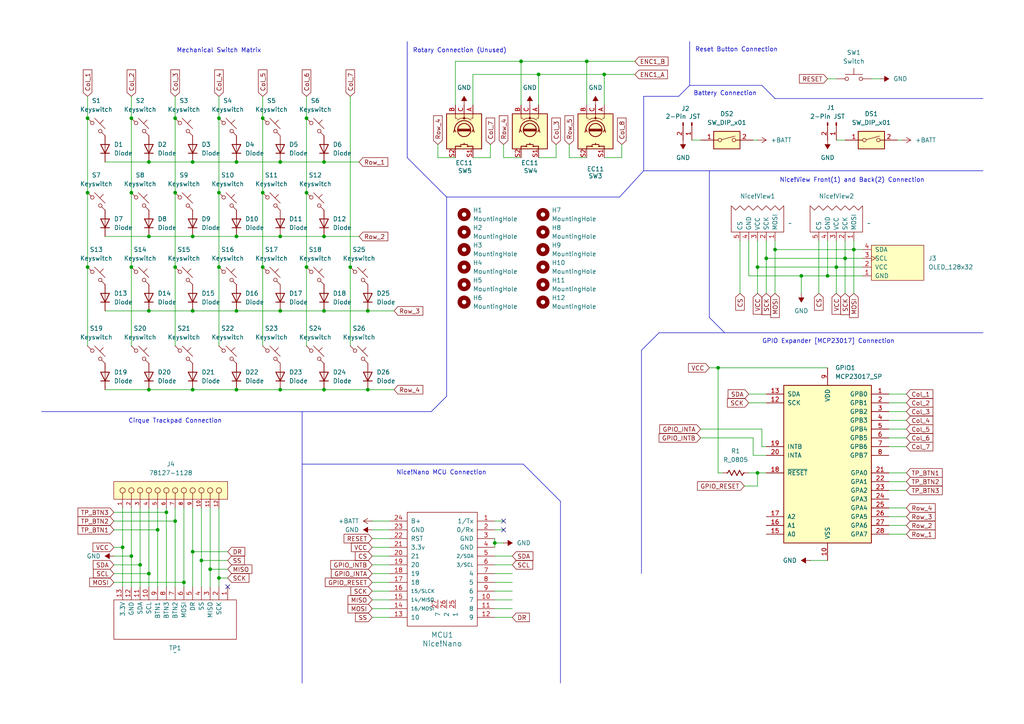
<source format=kicad_sch>
(kicad_sch (version 20231120) (generator "eeschema") (generator_version "8.0")
  (paper "A4")
  (title_block (title "Voltacity 52") (date "2024-07-06") (rev "0.1.1") (company "Voltacity") (comment 1 "A split, flippable 26/side keyboard designed for use with Nice!Nano MCU and Nice!View displays") (comment 2 "Includes wiring diagrams for use with rotary encoders (not tested or implemented)") (comment 3 "Includes Cirque trackpad functionality through a GPIO expander"))
  (junction (at 55.88 68.58))
  (junction (at 50.8 55.88))
  (junction (at 76.2 77.47))
  (junction (at 247.65 72.39))
  (junction (at 35.56 158.75))
  (junction (at 175.26 21.59))
  (junction (at 81.28 68.58))
  (junction (at 55.88 160.02))
  (junction (at 63.5 77.47))
  (junction (at 224.79 72.39))
  (junction (at 55.88 90.17))
  (junction (at 43.18 46.99))
  (junction (at 38.1 161.29))
  (junction (at 219.71 77.47))
  (junction (at 55.88 46.99))
  (junction (at 93.98 68.58))
  (junction (at 88.9 77.47))
  (junction (at 76.2 55.88))
  (junction (at 101.6 77.47))
  (junction (at 38.1 77.47))
  (junction (at 151.13 17.78))
  (junction (at 43.18 68.58))
  (junction (at 88.9 34.29))
  (junction (at 76.2 34.29))
  (junction (at 50.8 151.13))
  (junction (at 81.28 90.17))
  (junction (at 242.57 77.47))
  (junction (at 63.5 34.29))
  (junction (at 38.1 55.88))
  (junction (at 25.4 55.88))
  (junction (at 60.96 165.1))
  (junction (at 68.58 68.58))
  (junction (at 63.5 167.64))
  (junction (at 43.18 90.17))
  (junction (at 68.58 113.03))
  (junction (at 81.28 46.99))
  (junction (at 88.9 55.88))
  (junction (at 53.34 168.91))
  (junction (at 50.8 77.47))
  (junction (at 143.51 157.48))
  (junction (at 106.68 90.17))
  (junction (at 156.21 21.59))
  (junction (at 43.18 113.03))
  (junction (at 25.4 77.47))
  (junction (at 93.98 90.17))
  (junction (at 93.98 46.99))
  (junction (at 55.88 113.03))
  (junction (at 106.68 113.03))
  (junction (at 63.5 55.88))
  (junction (at 68.58 90.17))
  (junction (at 208.28 106.68))
  (junction (at 68.58 46.99))
  (junction (at 170.18 17.78))
  (junction (at 45.72 153.67))
  (junction (at 240.03 80.01))
  (junction (at 43.18 166.37))
  (junction (at 232.41 80.01))
  (junction (at 81.28 113.03))
  (junction (at 50.8 34.29))
  (junction (at 40.64 163.83))
  (junction (at 93.98 113.03))
  (junction (at 245.11 74.93))
  (junction (at 38.1 34.29))
  (junction (at 222.25 74.93))
  (junction (at 25.4 34.29))
  (junction (at 219.71 137.16))
  (junction (at 48.26 148.59))
  (junction (at 58.42 162.56))
  (no_connect (at 146.05 151.13))
  (no_connect (at 66.04 170.18))
  (no_connect (at 146.05 153.67))
  (wire (pts (xy 38.1 34.29) (xy 38.1 55.88)))
  (wire (pts (xy 247.65 72.39) (xy 250.19 72.39)))
  (wire (pts (xy 220.98 124.46) (xy 220.98 129.54)))
  (wire (pts (xy 53.34 168.91) (xy 53.34 147.32)))
  (wire (pts (xy 218.44 132.08) (xy 222.25 132.08)))
  (wire (pts (xy 30.48 90.17) (xy 43.18 90.17)))
  (wire (pts (xy 45.72 170.18) (xy 45.72 153.67)))
  (wire (pts (xy 161.29 45.72) (xy 156.21 45.72)))
  (polyline (pts (xy 87.63 134.62) (xy 151.765 134.62)))
  (wire (pts (xy 148.59 161.29) (xy 143.51 161.29)))
  (wire (pts (xy 55.88 170.18) (xy 55.88 160.02)))
  (wire (pts (xy 148.59 168.91) (xy 143.51 168.91)))
  (wire (pts (xy 50.8 55.88) (xy 50.8 77.47)))
  (wire (pts (xy 58.42 162.56) (xy 58.42 147.32)))
  (wire (pts (xy 55.88 90.17) (xy 68.58 90.17)))
  (wire (pts (xy 113.03 153.67) (xy 107.95 153.67)))
  (wire (pts (xy 148.59 173.99) (xy 143.51 173.99)))
  (wire (pts (xy 81.28 113.03) (xy 93.98 113.03)))
  (polyline (pts (xy 118.11 45.72) (xy 129.54 57.15)))
  (polyline (pts (xy 12.065 119.38) (xy 125.095 119.38)))
  (polyline (pts (xy 186.69 27.94) (xy 186.69 49.53)))
  (wire (pts (xy 237.49 69.85) (xy 237.49 85.09)))
  (wire (pts (xy 245.11 74.93) (xy 250.19 74.93)))
  (wire (pts (xy 68.58 113.03) (xy 81.28 113.03)))
  (wire (pts (xy 88.9 77.47) (xy 88.9 100.33)))
  (wire (pts (xy 222.25 69.85) (xy 222.25 74.93)))
  (wire (pts (xy 132.08 45.72) (xy 127 45.72)))
  (wire (pts (xy 40.64 170.18) (xy 40.64 163.83)))
  (wire (pts (xy 55.88 68.58) (xy 68.58 68.58)))
  (wire (pts (xy 184.15 21.59) (xy 175.26 21.59)))
  (polyline (pts (xy 151.765 134.62) (xy 162.56 145.415)))
  (wire (pts (xy 219.71 85.09) (xy 219.71 77.47)))
  (wire (pts (xy 257.81 127) (xy 262.89 127)))
  (wire (pts (xy 101.6 27.94) (xy 101.6 77.47)))
  (polyline (pts (xy 210.185 96.52) (xy 285.115 96.52)))
  (wire (pts (xy 63.5 167.64) (xy 66.04 167.64)))
  (wire (pts (xy 35.56 147.32) (xy 35.56 158.75)))
  (wire (pts (xy 93.98 113.03) (xy 106.68 113.03)))
  (wire (pts (xy 234.95 162.56) (xy 240.03 162.56)))
  (polyline (pts (xy 162.56 145.415) (xy 162.56 198.12)))
  (wire (pts (xy 257.81 147.32) (xy 262.89 147.32)))
  (wire (pts (xy 101.6 77.47) (xy 101.6 100.33)))
  (wire (pts (xy 106.68 113.03) (xy 114.3 113.03)))
  (wire (pts (xy 220.98 129.54) (xy 222.25 129.54)))
  (polyline (pts (xy 191.135 96.52) (xy 186.055 101.6)))
  (wire (pts (xy 43.18 166.37) (xy 43.18 147.32)))
  (wire (pts (xy 156.21 30.48) (xy 156.21 21.59)))
  (wire (pts (xy 33.02 161.29) (xy 38.1 161.29)))
  (wire (pts (xy 48.26 148.59) (xy 48.26 147.32)))
  (wire (pts (xy 222.25 74.93) (xy 222.25 85.09)))
  (wire (pts (xy 257.81 152.4) (xy 262.89 152.4)))
  (wire (pts (xy 113.03 151.13) (xy 107.95 151.13)))
  (wire (pts (xy 81.28 68.58) (xy 93.98 68.58)))
  (wire (pts (xy 261.62 40.64) (xy 260.35 40.64)))
  (wire (pts (xy 161.29 45.72) (xy 161.29 41.91)))
  (wire (pts (xy 242.57 77.47) (xy 250.19 77.47)))
  (wire (pts (xy 240.03 22.86) (xy 242.57 22.86)))
  (wire (pts (xy 63.5 55.88) (xy 63.5 77.47)))
  (wire (pts (xy 175.26 30.48) (xy 175.26 21.59)))
  (wire (pts (xy 142.24 45.72) (xy 137.16 45.72)))
  (wire (pts (xy 50.8 27.94) (xy 50.8 34.29)))
  (wire (pts (xy 25.4 77.47) (xy 25.4 100.33)))
  (wire (pts (xy 113.03 158.75) (xy 107.95 158.75)))
  (wire (pts (xy 25.4 55.88) (xy 25.4 77.47)))
  (wire (pts (xy 217.17 114.3) (xy 222.25 114.3)))
  (wire (pts (xy 217.17 69.85) (xy 217.17 80.01)))
  (wire (pts (xy 148.59 166.37) (xy 143.51 166.37)))
  (wire (pts (xy 218.44 127) (xy 218.44 132.08)))
  (wire (pts (xy 262.89 119.38) (xy 257.81 119.38)))
  (wire (pts (xy 68.58 68.58) (xy 81.28 68.58)))
  (polyline (pts (xy 210.185 96.52) (xy 191.135 96.52)))
  (wire (pts (xy 43.18 90.17) (xy 55.88 90.17)))
  (wire (pts (xy 148.59 163.83) (xy 143.51 163.83)))
  (wire (pts (xy 38.1 77.47) (xy 38.1 100.33)))
  (wire (pts (xy 156.21 21.59) (xy 137.16 21.59)))
  (wire (pts (xy 33.02 166.37) (xy 43.18 166.37)))
  (wire (pts (xy 257.81 139.7) (xy 262.89 139.7)))
  (polyline (pts (xy 200.025 24.765) (xy 220.98 24.765)))
  (wire (pts (xy 143.51 179.07) (xy 148.59 179.07)))
  (wire (pts (xy 232.41 80.01) (xy 240.03 80.01)))
  (wire (pts (xy 224.79 69.85) (xy 224.79 72.39)))
  (wire (pts (xy 151.13 45.72) (xy 146.05 45.72)))
  (polyline (pts (xy 129.54 114.935) (xy 125.095 119.38)))
  (wire (pts (xy 247.65 69.85) (xy 247.65 72.39)))
  (wire (pts (xy 93.98 46.99) (xy 104.14 46.99)))
  (wire (pts (xy 33.02 151.13) (xy 50.8 151.13)))
  (wire (pts (xy 113.03 161.29) (xy 107.95 161.29)))
  (wire (pts (xy 215.9 140.97) (xy 219.71 140.97)))
  (wire (pts (xy 76.2 55.88) (xy 76.2 77.47)))
  (wire (pts (xy 113.03 171.45) (xy 107.95 171.45)))
  (wire (pts (xy 203.2 127) (xy 218.44 127)))
  (polyline (pts (xy 205.74 92.075) (xy 210.185 96.52)))
  (wire (pts (xy 93.98 68.58) (xy 104.14 68.58)))
  (wire (pts (xy 55.88 46.99) (xy 68.58 46.99)))
  (wire (pts (xy 43.18 68.58) (xy 55.88 68.58)))
  (wire (pts (xy 43.18 113.03) (xy 55.88 113.03)))
  (wire (pts (xy 217.17 116.84) (xy 222.25 116.84)))
  (wire (pts (xy 93.98 90.17) (xy 106.68 90.17)))
  (wire (pts (xy 224.79 72.39) (xy 224.79 85.09)))
  (wire (pts (xy 60.96 170.18) (xy 60.96 165.1)))
  (wire (pts (xy 113.03 156.21) (xy 107.95 156.21)))
  (wire (pts (xy 43.18 170.18) (xy 43.18 166.37)))
  (wire (pts (xy 88.9 27.94) (xy 88.9 34.29)))
  (wire (pts (xy 132.08 30.48) (xy 132.08 17.78)))
  (wire (pts (xy 38.1 27.94) (xy 38.1 34.29)))
  (polyline (pts (xy 129.54 57.15) (xy 129.54 114.935)))
  (polyline (pts (xy 186.69 27.94) (xy 196.85 27.94)))
  (wire (pts (xy 35.56 158.75) (xy 35.56 170.18)))
  (wire (pts (xy 257.81 137.16) (xy 262.89 137.16)))
  (wire (pts (xy 33.02 148.59) (xy 48.26 148.59)))
  (polyline (pts (xy 129.54 57.15) (xy 179.705 57.15)))
  (wire (pts (xy 205.74 106.68) (xy 208.28 106.68)))
  (wire (pts (xy 222.25 74.93) (xy 245.11 74.93)))
  (wire (pts (xy 175.26 21.59) (xy 156.21 21.59)))
  (wire (pts (xy 203.2 124.46) (xy 220.98 124.46)))
  (wire (pts (xy 33.02 153.67) (xy 45.72 153.67)))
  (wire (pts (xy 76.2 77.47) (xy 76.2 100.33)))
  (wire (pts (xy 58.42 170.18) (xy 58.42 162.56)))
  (wire (pts (xy 219.71 77.47) (xy 219.71 69.85)))
  (polyline (pts (xy 186.69 49.53) (xy 284.48 49.53)))
  (wire (pts (xy 58.42 162.56) (xy 66.04 162.56)))
  (wire (pts (xy 219.71 40.64) (xy 218.44 40.64)))
  (wire (pts (xy 262.89 114.3) (xy 257.81 114.3)))
  (wire (pts (xy 257.81 129.54) (xy 262.89 129.54)))
  (wire (pts (xy 148.59 171.45) (xy 143.51 171.45)))
  (wire (pts (xy 113.03 176.53) (xy 107.95 176.53)))
  (polyline (pts (xy 87.63 119.38) (xy 87.63 198.12)))
  (wire (pts (xy 219.71 137.16) (xy 219.71 140.97)))
  (polyline (pts (xy 118.11 12.065) (xy 118.11 45.72)))
  (wire (pts (xy 242.57 77.47) (xy 242.57 85.09)))
  (wire (pts (xy 143.51 156.21) (xy 143.51 157.48)))
  (wire (pts (xy 50.8 77.47) (xy 50.8 100.33)))
  (wire (pts (xy 68.58 90.17) (xy 81.28 90.17)))
  (wire (pts (xy 146.05 157.48) (xy 143.51 157.48)))
  (wire (pts (xy 146.05 153.67) (xy 143.51 153.67)))
  (wire (pts (xy 113.03 166.37) (xy 107.95 166.37)))
  (wire (pts (xy 88.9 55.88) (xy 88.9 77.47)))
  (wire (pts (xy 113.03 179.07) (xy 107.95 179.07)))
  (wire (pts (xy 146.05 45.72) (xy 146.05 41.91)))
  (wire (pts (xy 38.1 161.29) (xy 38.1 147.32)))
  (wire (pts (xy 25.4 34.29) (xy 25.4 55.88)))
  (polyline (pts (xy 200.025 12.065) (xy 200.025 24.765)))
  (wire (pts (xy 113.03 173.99) (xy 107.95 173.99)))
  (polyline (pts (xy 284.48 28.575) (xy 285.115 28.575)))
  (wire (pts (xy 107.95 168.91) (xy 113.03 168.91)))
  (wire (pts (xy 43.18 46.99) (xy 55.88 46.99)))
  (wire (pts (xy 63.5 34.29) (xy 63.5 55.88)))
  (wire (pts (xy 245.11 69.85) (xy 245.11 74.93)))
  (wire (pts (xy 170.18 17.78) (xy 151.13 17.78)))
  (wire (pts (xy 53.34 170.18) (xy 53.34 168.91)))
  (wire (pts (xy 217.17 80.01) (xy 232.41 80.01)))
  (wire (pts (xy 45.72 153.67) (xy 45.72 147.32)))
  (polyline (pts (xy 196.85 27.94) (xy 200.025 24.765)))
  (wire (pts (xy 50.8 151.13) (xy 50.8 147.32)))
  (wire (pts (xy 262.89 116.84) (xy 257.81 116.84)))
  (wire (pts (xy 242.57 77.47) (xy 242.57 69.85)))
  (wire (pts (xy 217.17 137.16) (xy 219.71 137.16)))
  (wire (pts (xy 203.2 40.64) (xy 200.66 40.64)))
  (wire (pts (xy 257.81 149.86) (xy 262.89 149.86)))
  (wire (pts (xy 33.02 158.75) (xy 35.56 158.75)))
  (wire (pts (xy 165.1 41.91) (xy 165.1 45.72)))
  (wire (pts (xy 113.03 163.83) (xy 107.95 163.83)))
  (wire (pts (xy 25.4 27.94) (xy 25.4 34.29)))
  (wire (pts (xy 81.28 46.99) (xy 93.98 46.99)))
  (wire (pts (xy 240.03 80.01) (xy 250.19 80.01)))
  (wire (pts (xy 240.03 69.85) (xy 240.03 80.01)))
  (polyline (pts (xy 224.79 28.575) (xy 284.48 28.575)))
  (wire (pts (xy 208.28 106.68) (xy 208.28 137.16)))
  (wire (pts (xy 38.1 55.88) (xy 38.1 77.47)))
  (wire (pts (xy 68.58 46.99) (xy 81.28 46.99)))
  (wire (pts (xy 50.8 34.29) (xy 50.8 55.88)))
  (wire (pts (xy 257.81 142.24) (xy 262.89 142.24)))
  (wire (pts (xy 257.81 154.94) (xy 262.89 154.94)))
  (wire (pts (xy 63.5 167.64) (xy 63.5 147.32)))
  (wire (pts (xy 55.88 160.02) (xy 55.88 147.32)))
  (wire (pts (xy 232.41 80.01) (xy 232.41 85.09)))
  (wire (pts (xy 214.63 69.85) (xy 214.63 85.09)))
  (wire (pts (xy 55.88 113.03) (xy 68.58 113.03)))
  (polyline (pts (xy 284.48 49.53) (xy 285.115 49.53)))
  (wire (pts (xy 257.81 124.46) (xy 262.89 124.46)))
  (wire (pts (xy 76.2 34.29) (xy 76.2 55.88)))
  (wire (pts (xy 184.15 17.78) (xy 170.18 17.78)))
  (wire (pts (xy 48.26 170.18) (xy 48.26 148.59)))
  (polyline (pts (xy 205.74 49.53) (xy 205.74 92.075)))
  (wire (pts (xy 137.16 30.48) (xy 137.16 21.59)))
  (wire (pts (xy 148.59 176.53) (xy 143.51 176.53)))
  (wire (pts (xy 219.71 77.47) (xy 242.57 77.47)))
  (wire (pts (xy 76.2 27.94) (xy 76.2 34.29)))
  (wire (pts (xy 30.48 113.03) (xy 43.18 113.03)))
  (wire (pts (xy 40.64 163.83) (xy 40.64 147.32)))
  (wire (pts (xy 255.27 22.86) (xy 252.73 22.86)))
  (wire (pts (xy 245.11 74.93) (xy 245.11 85.09)))
  (wire (pts (xy 180.34 45.72) (xy 180.34 41.91)))
  (wire (pts (xy 55.88 160.02) (xy 66.04 160.02)))
  (wire (pts (xy 151.13 17.78) (xy 132.08 17.78)))
  (wire (pts (xy 143.51 157.48) (xy 143.51 158.75)))
  (wire (pts (xy 88.9 34.29) (xy 88.9 55.88)))
  (wire (pts (xy 180.34 45.72) (xy 175.26 45.72)))
  (wire (pts (xy 219.71 137.16) (xy 222.25 137.16)))
  (polyline (pts (xy 220.98 24.765) (xy 224.79 28.575)))
  (wire (pts (xy 146.05 151.13) (xy 143.51 151.13)))
  (wire (pts (xy 38.1 170.18) (xy 38.1 161.29)))
  (wire (pts (xy 165.1 45.72) (xy 170.18 45.72)))
  (wire (pts (xy 127 45.72) (xy 127 41.91)))
  (wire (pts (xy 208.28 106.68) (xy 240.03 106.68)))
  (wire (pts (xy 245.11 40.64) (xy 242.57 40.64)))
  (wire (pts (xy 81.28 90.17) (xy 93.98 90.17)))
  (wire (pts (xy 63.5 27.94) (xy 63.5 34.29)))
  (wire (pts (xy 170.18 30.48) (xy 170.18 17.78)))
  (wire (pts (xy 106.68 90.17) (xy 114.3 90.17)))
  (wire (pts (xy 142.24 45.72) (xy 142.24 41.91)))
  (wire (pts (xy 63.5 170.18) (xy 63.5 167.64)))
  (polyline (pts (xy 179.705 57.15) (xy 186.69 49.53)))
  (wire (pts (xy 30.48 68.58) (xy 43.18 68.58)))
  (wire (pts (xy 224.79 72.39) (xy 247.65 72.39)))
  (wire (pts (xy 262.89 121.92) (xy 257.81 121.92)))
  (wire (pts (xy 30.48 46.99) (xy 43.18 46.99)))
  (wire (pts (xy 50.8 170.18) (xy 50.8 151.13)))
  (wire (pts (xy 208.28 137.16) (xy 209.55 137.16)))
  (wire (pts (xy 60.96 165.1) (xy 66.04 165.1)))
  (wire (pts (xy 33.02 163.83) (xy 40.64 163.83)))
  (wire (pts (xy 63.5 77.47) (xy 63.5 100.33)))
  (wire (pts (xy 247.65 72.39) (xy 247.65 85.09)))
  (wire (pts (xy 60.96 165.1) (xy 60.96 147.32)))
  (polyline (pts (xy 186.055 101.6) (xy 186.055 166.37)))
  (wire (pts (xy 151.13 30.48) (xy 151.13 17.78)))
  (wire (pts (xy 33.02 168.91) (xy 53.34 168.91)))
  (text "Nice!Nano MCU Connection" (at 128.016 137.16 0) (effects (font (size 1.27 1.27))))
  (text "Battery Connection" (at 210.312 27.178 0) (effects (font (size 1.27 1.27))))
  (text "Nice!View Front(1) and Back(2) Connection" (at 247.142 52.324 0) (effects (font (size 1.27 1.27))))
  (text "Mechanical Switch Matrix" (at 63.5 14.732 0) (effects (font (size 1.27 1.27))))
  (text "Rotary Connection (Unused)" (at 133.35 14.732 0) (effects (font (size 1.27 1.27))))
  (text "Reset Button Connection" (at 213.614 14.478 0) (effects (font (size 1.27 1.27))))
  (text "GPIO Expander [MCP23017] Connection" (at 240.284 99.06 0) (effects (font (size 1.27 1.27))))
  (text "Cirque Trackpad Connection" (at 50.8 122.174 0) (effects (font (size 1.27 1.27))))
  (global_label "Row_2" (shape input) (at 104.14 68.58 0) (property "Intersheetrefs" "${INTERSHEET_REFS}" (effects (hide yes))))
  (global_label "GPIO_INTB" (shape input) (at 107.95 163.83 180) (property "Intersheetrefs" "${INTERSHEET_REFS}" (effects (hide yes))))
  (global_label "MISO" (shape input) (at 107.95 173.99 180) (property "Intersheetrefs" "${INTERSHEET_REFS}" (effects (hide yes))))
  (global_label "VCC" (shape input) (at 33.02 158.75 180) (property "Intersheetrefs" "${INTERSHEET_REFS}" (effects (hide yes))))
  (global_label "SCL" (shape input) (at 148.59 163.83 0) (property "Intersheetrefs" "${INTERSHEET_REFS}" (effects (hide yes))))
  (global_label "TP_BTN2" (shape input) (at 33.02 151.13 180) (property "Intersheetrefs" "${INTERSHEET_REFS}" (effects (hide yes))))
  (global_label "Col_1" (shape input) (at 262.89 114.3 0) (property "Intersheetrefs" "${INTERSHEET_REFS}" (effects (hide yes))))
  (global_label "MOSI" (shape input) (at 107.95 176.53 180) (property "Intersheetrefs" "${INTERSHEET_REFS}" (effects (hide yes))))
  (global_label "SCK" (shape input) (at 107.95 171.45 180) (property "Intersheetrefs" "${INTERSHEET_REFS}" (effects (hide yes))))
  (global_label "Row_2" (shape input) (at 262.89 152.4 0) (property "Intersheetrefs" "${INTERSHEET_REFS}" (effects (hide yes))))
  (global_label "Col_7" (shape input) (at 262.89 129.54 0) (property "Intersheetrefs" "${INTERSHEET_REFS}" (effects (hide yes))))
  (global_label "MOSI" (shape input) (at 224.79 85.09 270) (property "Intersheetrefs" "${INTERSHEET_REFS}" (effects (hide yes))))
  (global_label "Col_2" (shape input) (at 262.89 116.84 0) (property "Intersheetrefs" "${INTERSHEET_REFS}" (effects (hide yes))))
  (global_label "Col_3" (shape input) (at 262.89 119.38 0) (property "Intersheetrefs" "${INTERSHEET_REFS}" (effects (hide yes))))
  (global_label "Row_4" (shape input) (at 114.3 113.03 0) (property "Intersheetrefs" "${INTERSHEET_REFS}" (effects (hide yes))))
  (global_label "DR" (shape input) (at 66.04 160.02 0) (property "Intersheetrefs" "${INTERSHEET_REFS}" (effects (hide yes))))
  (global_label "GPIO_INTB" (shape input) (at 203.2 127 180) (property "Intersheetrefs" "${INTERSHEET_REFS}" (effects (hide yes))))
  (global_label "SS" (shape input) (at 66.04 162.56 0) (property "Intersheetrefs" "${INTERSHEET_REFS}" (effects (hide yes))))
  (global_label "ENC1_A" (shape input) (at 184.15 21.59 0) (property "Intersheetrefs" "${INTERSHEET_REFS}" (effects (hide yes))))
  (global_label "GPIO_INTA" (shape input) (at 107.95 166.37 180) (property "Intersheetrefs" "${INTERSHEET_REFS}" (effects (hide yes))))
  (global_label "Row_4" (shape input) (at 127 41.91 90) (property "Intersheetrefs" "${INTERSHEET_REFS}" (effects (hide yes))))
  (global_label "Col_6" (shape input) (at 88.9 27.94 90) (property "Intersheetrefs" "${INTERSHEET_REFS}" (effects (hide yes))))
  (global_label "Col_4" (shape input) (at 63.5 27.94 90) (property "Intersheetrefs" "${INTERSHEET_REFS}" (effects (hide yes))))
  (global_label "Row_3" (shape input) (at 114.3 90.17 0) (property "Intersheetrefs" "${INTERSHEET_REFS}" (effects (hide yes))))
  (global_label "Col_5" (shape input) (at 76.2 27.94 90) (property "Intersheetrefs" "${INTERSHEET_REFS}" (effects (hide yes))))
  (global_label "GPIO_RESET" (shape input) (at 215.9 140.97 180) (property "Intersheetrefs" "${INTERSHEET_REFS}" (effects (hide yes))))
  (global_label "RESET" (shape input) (at 240.03 22.86 180) (property "Intersheetrefs" "${INTERSHEET_REFS}" (effects (hide yes))))
  (global_label "TP_BTN1" (shape input) (at 262.89 137.16 0) (property "Intersheetrefs" "${INTERSHEET_REFS}" (effects (hide yes))))
  (global_label "Row_4" (shape input) (at 262.89 147.32 0) (property "Intersheetrefs" "${INTERSHEET_REFS}" (effects (hide yes))))
  (global_label "SCK" (shape input) (at 245.11 85.09 270) (property "Intersheetrefs" "${INTERSHEET_REFS}" (effects (hide yes))))
  (global_label "Col_3" (shape input) (at 50.8 27.94 90) (property "Intersheetrefs" "${INTERSHEET_REFS}" (effects (hide yes))))
  (global_label "SS" (shape input) (at 107.95 179.07 180) (property "Intersheetrefs" "${INTERSHEET_REFS}" (effects (hide yes))))
  (global_label "TP_BTN1" (shape input) (at 33.02 153.67 180) (property "Intersheetrefs" "${INTERSHEET_REFS}" (effects (hide yes))))
  (global_label "Row_1" (shape input) (at 262.89 154.94 0) (property "Intersheetrefs" "${INTERSHEET_REFS}" (effects (hide yes))))
  (global_label "TP_BTN2" (shape input) (at 262.89 139.7 0) (property "Intersheetrefs" "${INTERSHEET_REFS}" (effects (hide yes))))
  (global_label "GPIO_RESET" (shape input) (at 107.95 168.91 180) (property "Intersheetrefs" "${INTERSHEET_REFS}" (effects (hide yes))))
  (global_label "Col_7" (shape input) (at 101.6 27.94 90) (property "Intersheetrefs" "${INTERSHEET_REFS}" (effects (hide yes))))
  (global_label "ENC1_B" (shape input) (at 184.15 17.78 0) (property "Intersheetrefs" "${INTERSHEET_REFS}" (effects (hide yes))))
  (global_label "RESET" (shape input) (at 107.95 156.21 180) (property "Intersheetrefs" "${INTERSHEET_REFS}" (effects (hide yes))))
  (global_label "SDA" (shape input) (at 217.17 114.3 180) (property "Intersheetrefs" "${INTERSHEET_REFS}" (effects (hide yes))))
  (global_label "VCC" (shape input) (at 242.57 85.09 270) (property "Intersheetrefs" "${INTERSHEET_REFS}" (effects (hide yes))))
  (global_label "DR" (shape input) (at 148.59 179.07 0) (property "Intersheetrefs" "${INTERSHEET_REFS}" (effects (hide yes))))
  (global_label "MOSI" (shape input) (at 33.02 168.91 180) (property "Intersheetrefs" "${INTERSHEET_REFS}" (effects (hide yes))))
  (global_label "Row_5" (shape input) (at 165.1 41.91 90) (property "Intersheetrefs" "${INTERSHEET_REFS}" (effects (hide yes))))
  (global_label "Col_6" (shape input) (at 262.89 127 0) (property "Intersheetrefs" "${INTERSHEET_REFS}" (effects (hide yes))))
  (global_label "Row_4" (shape input) (at 146.05 41.91 90) (property "Intersheetrefs" "${INTERSHEET_REFS}" (effects (hide yes))))
  (global_label "Col_1" (shape input) (at 25.4 27.94 90) (property "Intersheetrefs" "${INTERSHEET_REFS}" (effects (hide yes))))
  (global_label "Col_3" (shape input) (at 161.29 41.91 90) (property "Intersheetrefs" "${INTERSHEET_REFS}" (effects (hide yes))))
  (global_label "VCC" (shape input) (at 219.71 85.09 270) (property "Intersheetrefs" "${INTERSHEET_REFS}" (effects (hide yes))))
  (global_label "SCK" (shape input) (at 222.25 85.09 270) (property "Intersheetrefs" "${INTERSHEET_REFS}" (effects (hide yes))))
  (global_label "VCC" (shape input) (at 205.74 106.68 180) (property "Intersheetrefs" "${INTERSHEET_REFS}" (effects (hide yes))))
  (global_label "Col_7" (shape input) (at 142.24 41.91 90) (property "Intersheetrefs" "${INTERSHEET_REFS}" (effects (hide yes))))
  (global_label "CS" (shape input) (at 237.49 85.09 270) (property "Intersheetrefs" "${INTERSHEET_REFS}" (effects (hide yes))))
  (global_label "CS" (shape input) (at 214.63 85.09 270) (property "Intersheetrefs" "${INTERSHEET_REFS}" (effects (hide yes))))
  (global_label "TP_BTN3" (shape input) (at 262.89 142.24 0) (property "Intersheetrefs" "${INTERSHEET_REFS}" (effects (hide yes))))
  (global_label "SCK" (shape input) (at 66.04 167.64 0) (property "Intersheetrefs" "${INTERSHEET_REFS}" (effects (hide yes))))
  (global_label "Row_1" (shape input) (at 104.14 46.99 0) (property "Intersheetrefs" "${INTERSHEET_REFS}" (effects (hide yes))))
  (global_label "TP_BTN3" (shape input) (at 33.02 148.59 180) (property "Intersheetrefs" "${INTERSHEET_REFS}" (effects (hide yes))))
  (global_label "Row_3" (shape input) (at 262.89 149.86 0) (property "Intersheetrefs" "${INTERSHEET_REFS}" (effects (hide yes))))
  (global_label "SDA" (shape input) (at 148.59 161.29 0) (property "Intersheetrefs" "${INTERSHEET_REFS}" (effects (hide yes))))
  (global_label "Col_2" (shape input) (at 38.1 27.94 90) (property "Intersheetrefs" "${INTERSHEET_REFS}" (effects (hide yes))))
  (global_label "Col_5" (shape input) (at 262.89 124.46 0) (property "Intersheetrefs" "${INTERSHEET_REFS}" (effects (hide yes))))
  (global_label "Col_8" (shape input) (at 180.34 41.91 90) (property "Intersheetrefs" "${INTERSHEET_REFS}" (effects (hide yes))))
  (global_label "GPIO_INTA" (shape input) (at 203.2 124.46 180) (property "Intersheetrefs" "${INTERSHEET_REFS}" (effects (hide yes))))
  (global_label "SDA" (shape input) (at 33.02 163.83 180) (property "Intersheetrefs" "${INTERSHEET_REFS}" (effects (hide yes))))
  (global_label "MOSI" (shape input) (at 247.65 85.09 270) (property "Intersheetrefs" "${INTERSHEET_REFS}" (effects (hide yes))))
  (global_label "CS" (shape input) (at 107.95 161.29 180) (property "Intersheetrefs" "${INTERSHEET_REFS}" (effects (hide yes))))
  (global_label "SCK" (shape input) (at 217.17 116.84 180) (property "Intersheetrefs" "${INTERSHEET_REFS}" (effects (hide yes))))
  (global_label "MISO" (shape input) (at 66.04 165.1 0) (property "Intersheetrefs" "${INTERSHEET_REFS}" (effects (hide yes))))
  (global_label "Col_4" (shape input) (at 262.89 121.92 0) (property "Intersheetrefs" "${INTERSHEET_REFS}" (effects (hide yes))))
  (global_label "SCL" (shape input) (at 33.02 166.37 180) (property "Intersheetrefs" "${INTERSHEET_REFS}" (effects (hide yes))))
  (global_label "VCC" (shape input) (at 107.95 158.75 180) (property "Intersheetrefs" "${INTERSHEET_REFS}" (effects (hide yes))))
  (symbol (lib_id "ScottoKeebs:Placeholder_Keyswitch") (at 27.94 102.87 0) (unit 1)
    (property "Reference" "S19" (at 27.94 95.25 0))
    (property "Value" "Keyswitch" (at 27.94 97.79 0))
    (property "Footprint" "Kailh Sockets:REVERSED_Kailh_socket_PG1350_reversible" (effects (hide yes)))
    (property "Description" "Push button switch, normally open, two pins, 45° tilted" (effects (hide yes)))
  )
  (symbol (lib_id "power:-BATT") (at 255.27 22.86 270) (unit 1)
    (property "Reference" "#PWR03" (effects (hide yes)))
    (property "Value" "GND" (at 259.08 22.8599 90) (effects (justify left)))
    (property "Description" "Power symbol creates a global label with name \"-BATT\"" (effects (hide yes)))
  )
  (symbol (lib_id "power:+BATT") (at 219.71 40.64 270) (unit 1)
    (property "Reference" "#PWR016" (effects (hide yes)))
    (property "Value" "+BATT" (at 223.52 40.6399 90) (effects (justify left)))
    (property "Description" "Power symbol creates a global label with name \"+BATT\"" (effects (hide yes)))
  )
  (symbol (lib_id "ScottoKeebs:Placeholder_Diode") (at 93.98 86.36 90) (unit 1)
    (property "Reference" "D18" (at 96.52 85.0899 90) (effects (justify right)))
    (property "Value" "Diode" (at 96.52 87.6299 90) (effects (justify right)))
    (property "Footprint" "Diode_SMD:D_0805_2012Metric" (effects (hide yes)))
    (property "Description" "1N4148 (DO-35) or 1N4148W (SOD-123)" (effects (hide yes)))
    (property "Sim.Device" "D" (effects (hide yes)))
    (property "Sim.Pins" "1=K 2=A" (effects (hide yes)))
  )
  (symbol (lib_id "Mechanical:MountingHole") (at 134.62 87.63 0) (unit 1) (exclude_from_sim yes) (in_bom no)
    (property "Reference" "H6" (at 137.16 86.3599 0) (effects (justify left)))
    (property "Value" "MountingHole" (at 137.16 88.8999 0) (effects (justify left)))
    (property "Footprint" "MountingHole:MountingHole_2.2mm_M2_Pad_TopBottom" (effects (hide yes)))
    (property "Description" "Mounting Hole without connection" (effects (hide yes)))
  )
  (symbol (lib_id "ScottoKeebs:Placeholder_Keyswitch") (at 66.04 102.87 0) (unit 1)
    (property "Reference" "S22" (at 66.04 95.25 0))
    (property "Value" "Keyswitch" (at 66.04 97.79 0))
    (property "Footprint" "Kailh Sockets:REVERSED_Kailh_socket_PG1350_reversible" (effects (hide yes)))
    (property "Description" "Push button switch, normally open, two pins, 45° tilted" (effects (hide yes)))
  )
  (symbol (lib_id "Mechanical:MountingHole") (at 134.62 77.47 0) (unit 1) (exclude_from_sim yes) (in_bom no)
    (property "Reference" "H4" (at 137.16 76.1999 0) (effects (justify left)))
    (property "Value" "MountingHole" (at 137.16 78.7399 0) (effects (justify left)))
    (property "Footprint" "MountingHole:MountingHole_2.2mm_M2_Pad_TopBottom" (effects (hide yes)))
    (property "Description" "Mounting Hole without connection" (effects (hide yes)))
  )
  (symbol (lib_id "ScottoKeebs:Placeholder_Keyswitch") (at 91.44 58.42 0) (unit 1)
    (property "Reference" "S12" (at 91.44 50.8 0))
    (property "Value" "Keyswitch" (at 91.44 53.34 0))
    (property "Footprint" "Kailh Sockets:REVERSED_Kailh_socket_PG1350_reversible" (effects (hide yes)))
    (property "Description" "Push button switch, normally open, two pins, 45° tilted" (effects (hide yes)))
  )
  (symbol (lib_id "ScottoKeebs:Placeholder_Diode") (at 81.28 43.18 90) (unit 1)
    (property "Reference" "D5" (at 83.82 41.9099 90) (effects (justify right)))
    (property "Value" "Diode" (at 83.82 44.4499 90) (effects (justify right)))
    (property "Footprint" "Diode_SMD:D_0805_2012Metric" (effects (hide yes)))
    (property "Description" "1N4148 (DO-35) or 1N4148W (SOD-123)" (effects (hide yes)))
    (property "Sim.Device" "D" (effects (hide yes)))
    (property "Sim.Pins" "1=K 2=A" (effects (hide yes)))
  )
  (symbol (lib_id "ScottoKeebs:Placeholder_Diode") (at 81.28 86.36 90) (unit 1)
    (property "Reference" "D17" (at 83.82 85.0899 90) (effects (justify right)))
    (property "Value" "Diode" (at 83.82 87.6299 90) (effects (justify right)))
    (property "Footprint" "Diode_SMD:D_0805_2012Metric" (effects (hide yes)))
    (property "Description" "1N4148 (DO-35) or 1N4148W (SOD-123)" (effects (hide yes)))
    (property "Sim.Device" "D" (effects (hide yes)))
    (property "Sim.Pins" "1=K 2=A" (effects (hide yes)))
  )
  (symbol (lib_id "Mechanical:MountingHole") (at 157.48 82.55 0) (unit 1) (exclude_from_sim yes) (in_bom no)
    (property "Reference" "H11" (at 160.02 81.2799 0) (effects (justify left)))
    (property "Value" "MountingHole" (at 160.02 83.8199 0) (effects (justify left)))
    (property "Footprint" "MountingHole:MountingHole_2.2mm_M2_Pad_TopBottom" (effects (hide yes)))
    (property "Description" "Mounting Hole without connection" (effects (hide yes)))
  )
  (symbol (lib_id "ScottoKeebs:Placeholder_Switch") (at 247.65 22.86 0) (mirror y) (unit 1)
    (property "Reference" "SW1" (at 247.65 15.24 0))
    (property "Value" "Switch" (at 247.65 17.78 0))
    (property "Footprint" "ScottoKeebs_Components:Button_MJTP1243" (effects (hide yes)))
    (property "Description" "Push button switch, generic, two pins" (effects (hide yes)))
  )
  (symbol (lib_id "ScottoKeebs:Placeholder_Keyswitch") (at 40.64 36.83 0) (unit 1)
    (property "Reference" "S2" (at 40.64 29.21 0))
    (property "Value" "Keyswitch" (at 40.64 31.75 0))
    (property "Footprint" "Kailh Sockets:REVERSED_Kailh_socket_PG1350_reversible" (effects (hide yes)))
    (property "Description" "Push button switch, normally open, two pins, 45° tilted" (effects (hide yes)))
  )
  (symbol (lib_id "Mechanical:MountingHole") (at 157.48 77.47 0) (unit 1) (exclude_from_sim yes) (in_bom no)
    (property "Reference" "H10" (at 160.02 76.1999 0) (effects (justify left)))
    (property "Value" "MountingHole" (at 160.02 78.7399 0) (effects (justify left)))
    (property "Footprint" "MountingHole:MountingHole_2.2mm_M2_Pad_TopBottom" (effects (hide yes)))
    (property "Description" "Mounting Hole without connection" (effects (hide yes)))
  )
  (symbol (lib_id "Connector:Conn_01x02_Pin") (at 200.66 35.56 270) (unit 1)
    (property "Reference" "J2" (at 197.612 31.496 90) (effects (justify left)))
    (property "Value" "2-Pin JST" (at 193.04 33.782 90) (effects (justify left)))
    (property "Footprint" "Connector_JST:JST_PH_S2B-PH-SM4-TB_1x02-1MP_P2.00mm_Horizontal" (effects (hide yes)))
    (property "Description" "Generic connector, single row, 01x02, script generated" (effects (hide yes)))
  )
  (symbol (lib_id "ScottoKeebs:Placeholder_Diode") (at 81.28 109.22 90) (unit 1)
    (property "Reference" "D23" (at 83.82 107.9499 90) (effects (justify right)))
    (property "Value" "Diode" (at 83.82 110.4899 90) (effects (justify right)))
    (property "Footprint" "Diode_SMD:D_0805_2012Metric" (effects (hide yes)))
    (property "Description" "1N4148 (DO-35) or 1N4148W (SOD-123)" (effects (hide yes)))
    (property "Sim.Device" "D" (effects (hide yes)))
    (property "Sim.Pins" "1=K 2=A" (effects (hide yes)))
  )
  (symbol (lib_id "My_Keyboards_Library:Cirque_Trackpad") (at 50.8 173.99 180) (unit 1) (on_board no)
    (property "Reference" "TP1" (at 50.8 187.96 0))
    (property "Value" "~" (at 50.8 189.23 0))
  )
  (symbol (lib_id "Mechanical:MountingHole") (at 157.48 62.23 0) (unit 1) (exclude_from_sim yes) (in_bom no)
    (property "Reference" "H7" (at 160.02 60.9599 0) (effects (justify left)))
    (property "Value" "MountingHole" (at 160.02 63.4999 0) (effects (justify left)))
    (property "Footprint" "MountingHole:MountingHole_2.2mm_M2_Pad_TopBottom" (effects (hide yes)))
    (property "Description" "Mounting Hole without connection" (effects (hide yes)))
  )
  (symbol (lib_id "ScottoKeebs:Placeholder_Diode") (at 93.98 109.22 90) (unit 1)
    (property "Reference" "D24" (at 96.52 107.9499 90) (effects (justify right)))
    (property "Value" "Diode" (at 96.52 110.4899 90) (effects (justify right)))
    (property "Footprint" "Diode_SMD:D_0805_2012Metric" (effects (hide yes)))
    (property "Description" "1N4148 (DO-35) or 1N4148W (SOD-123)" (effects (hide yes)))
    (property "Sim.Device" "D" (effects (hide yes)))
    (property "Sim.Pins" "1=K 2=A" (effects (hide yes)))
  )
  (symbol (lib_id "ScottoKeebs:Placeholder_Keyswitch") (at 66.04 36.83 0) (unit 1)
    (property "Reference" "S4" (at 66.04 29.21 0))
    (property "Value" "Keyswitch" (at 66.04 31.75 0))
    (property "Footprint" "Kailh Sockets:REVERSED_Kailh_socket_PG1350_reversible" (effects (hide yes)))
    (property "Description" "Push button switch, normally open, two pins, 45° tilted" (effects (hide yes)))
  )
  (symbol (lib_id "ScottoKeebs:Placeholder_Keyswitch") (at 104.14 80.01 0) (unit 1)
    (property "Reference" "S25" (at 104.14 72.39 0))
    (property "Value" "Keyswitch" (at 104.14 74.93 0))
    (property "Footprint" "Kailh Sockets:REVERSED_Kailh_socket_PG1350_reversible" (effects (hide yes)))
    (property "Description" "Push button switch, normally open, two pins, 45° tilted" (effects (hide yes)))
  )
  (symbol (lib_id "ScottoKeebs:Placeholder_Diode") (at 55.88 86.36 90) (unit 1)
    (property "Reference" "D15" (at 58.42 85.0899 90) (effects (justify right)))
    (property "Value" "Diode" (at 58.42 87.6299 90) (effects (justify right)))
    (property "Footprint" "Diode_SMD:D_0805_2012Metric" (effects (hide yes)))
    (property "Description" "1N4148 (DO-35) or 1N4148W (SOD-123)" (effects (hide yes)))
    (property "Sim.Device" "D" (effects (hide yes)))
    (property "Sim.Pins" "1=K 2=A" (effects (hide yes)))
  )
  (symbol (lib_id "power:-BATT") (at 198.12 40.64 180) (unit 1)
    (property "Reference" "#PWR015" (effects (hide yes)))
    (property "Value" "GND" (at 198.12 45.72 0))
    (property "Description" "Power symbol creates a global label with name \"-BATT\"" (effects (hide yes)))
  )
  (symbol (lib_id "ScottoKeebs:Placeholder_Keyswitch") (at 104.14 102.87 0) (unit 1)
    (property "Reference" "S26" (at 104.14 95.25 0))
    (property "Value" "Keyswitch" (at 104.14 97.79 0))
    (property "Footprint" "Kailh Sockets:REVERSED_Kailh_socket_PG1350_reversible" (effects (hide yes)))
    (property "Description" "Push button switch, normally open, two pins, 45° tilted" (effects (hide yes)))
  )
  (symbol (lib_id "Mechanical:MountingHole") (at 157.48 67.31 0) (unit 1) (exclude_from_sim yes) (in_bom no)
    (property "Reference" "H8" (at 160.02 66.0399 0) (effects (justify left)))
    (property "Value" "MountingHole" (at 160.02 68.5799 0) (effects (justify left)))
    (property "Footprint" "MountingHole:MountingHole_2.2mm_M2_Pad_TopBottom" (effects (hide yes)))
    (property "Description" "Mounting Hole without connection" (effects (hide yes)))
  )
  (symbol (lib_id "ScottoKeebs:Placeholder_Diode") (at 68.58 86.36 90) (unit 1)
    (property "Reference" "D16" (at 71.12 85.0899 90) (effects (justify right)))
    (property "Value" "Diode" (at 71.12 87.6299 90) (effects (justify right)))
    (property "Footprint" "Diode_SMD:D_0805_2012Metric" (effects (hide yes)))
    (property "Description" "1N4148 (DO-35) or 1N4148W (SOD-123)" (effects (hide yes)))
    (property "Sim.Device" "D" (effects (hide yes)))
    (property "Sim.Pins" "1=K 2=A" (effects (hide yes)))
  )
  (symbol (lib_id "power:+BATT") (at 261.62 40.64 270) (unit 1)
    (property "Reference" "#PWR04" (effects (hide yes)))
    (property "Value" "+BATT" (at 265.43 40.6399 90) (effects (justify left)))
    (property "Description" "Power symbol creates a global label with name \"+BATT\"" (effects (hide yes)))
  )
  (symbol (lib_id "Mechanical:MountingHole") (at 134.62 62.23 0) (unit 1) (exclude_from_sim yes) (in_bom no)
    (property "Reference" "H1" (at 137.16 60.9599 0) (effects (justify left)))
    (property "Value" "MountingHole" (at 137.16 63.4999 0) (effects (justify left)))
    (property "Footprint" "MountingHole:MountingHole_2.2mm_M2_Pad_TopBottom" (effects (hide yes)))
    (property "Description" "Mounting Hole without connection" (effects (hide yes)))
  )
  (symbol (lib_id "ScottoKeebs:Placeholder_Keyswitch") (at 91.44 102.87 0) (unit 1)
    (property "Reference" "S24" (at 91.44 95.25 0))
    (property "Value" "Keyswitch" (at 91.44 97.79 0))
    (property "Footprint" "Kailh Sockets:REVERSED_Kailh_socket_PG1350_reversible" (effects (hide yes)))
    (property "Description" "Push button switch, normally open, two pins, 45° tilted" (effects (hide yes)))
  )
  (symbol (lib_id "Mechanical:MountingHole") (at 134.62 67.31 0) (unit 1) (exclude_from_sim yes) (in_bom no)
    (property "Reference" "H2" (at 137.16 66.0399 0) (effects (justify left)))
    (property "Value" "MountingHole" (at 137.16 68.5799 0) (effects (justify left)))
    (property "Footprint" "MountingHole:MountingHole_2.2mm_M2_Pad_TopBottom" (effects (hide yes)))
    (property "Description" "Mounting Hole without connection" (effects (hide yes)))
  )
  (symbol (lib_id "ScottoKeebs:Placeholder_Diode") (at 55.88 64.77 90) (unit 1)
    (property "Reference" "D9" (at 58.42 63.4999 90) (effects (justify right)))
    (property "Value" "Diode" (at 58.42 66.0399 90) (effects (justify right)))
    (property "Footprint" "Diode_SMD:D_0805_2012Metric" (effects (hide yes)))
    (property "Description" "1N4148 (DO-35) or 1N4148W (SOD-123)" (effects (hide yes)))
    (property "Sim.Device" "D" (effects (hide yes)))
    (property "Sim.Pins" "1=K 2=A" (effects (hide yes)))
  )
  (symbol (lib_id "ScottoKeebs:Placeholder_Diode") (at 43.18 64.77 90) (unit 1)
    (property "Reference" "D8" (at 45.72 63.4999 90) (effects (justify right)))
    (property "Value" "Diode" (at 45.72 66.0399 90) (effects (justify right)))
    (property "Footprint" "Diode_SMD:D_0805_2012Metric" (effects (hide yes)))
    (property "Description" "1N4148 (DO-35) or 1N4148W (SOD-123)" (effects (hide yes)))
    (property "Sim.Device" "D" (effects (hide yes)))
    (property "Sim.Pins" "1=K 2=A" (effects (hide yes)))
  )
  (symbol (lib_id "ScottoKeebs:Placeholder_Diode") (at 68.58 109.22 90) (unit 1)
    (property "Reference" "D22" (at 71.12 107.9499 90) (effects (justify right)))
    (property "Value" "Diode" (at 71.12 110.4899 90) (effects (justify right)))
    (property "Footprint" "Diode_SMD:D_0805_2012Metric" (effects (hide yes)))
    (property "Description" "1N4148 (DO-35) or 1N4148W (SOD-123)" (effects (hide yes)))
    (property "Sim.Device" "D" (effects (hide yes)))
    (property "Sim.Pins" "1=K 2=A" (effects (hide yes)))
  )
  (symbol (lib_id "ScottoKeebs:Placeholder_Keyswitch") (at 53.34 102.87 0) (unit 1)
    (property "Reference" "S21" (at 53.34 95.25 0))
    (property "Value" "Keyswitch" (at 53.34 97.79 0))
    (property "Footprint" "Kailh Sockets:REVERSED_Kailh_socket_PG1350_reversible" (effects (hide yes)))
    (property "Description" "Push button switch, normally open, two pins, 45° tilted" (effects (hide yes)))
  )
  (symbol (lib_id "Interface_Expansion:MCP23017_SP") (at 240.03 134.62 0) (unit 1)
    (property "Reference" "GPIO1" (at 242.2241 106.68 0) (effects (justify left)))
    (property "Value" "MCP23017_SP" (at 242.2241 109.22 0) (effects (justify left)))
    (property "Footprint" "Package_DIP:DIP-28_W7.62mm" (effects (hide yes)))
    (property "Datasheet" "http://ww1.microchip.com/downloads/en/DeviceDoc/20001952C.pdf" (effects (hide yes)))
    (property "Description" "16-bit I/O expander, I2C, interrupts, w pull-ups, SPDIP-28" (effects (hide yes)))
  )
  (symbol (lib_id "power:-BATT") (at 134.62 30.48 0) (unit 1) (on_board no)
    (property "Reference" "#PWR013" (effects (hide yes)))
    (property "Value" "GND" (at 134.62 25.4 0))
    (property "Description" "Power symbol creates a global label with name \"-BATT\"" (effects (hide yes)))
  )
  (symbol (lib_id "ScottoKeebs:Placeholder_Diode") (at 93.98 64.77 90) (unit 1)
    (property "Reference" "D12" (at 96.52 63.4999 90) (effects (justify right)))
    (property "Value" "Diode" (at 96.52 66.0399 90) (effects (justify right)))
    (property "Footprint" "Diode_SMD:D_0805_2012Metric" (effects (hide yes)))
    (property "Description" "1N4148 (DO-35) or 1N4148W (SOD-123)" (effects (hide yes)))
    (property "Sim.Device" "D" (effects (hide yes)))
    (property "Sim.Pins" "1=K 2=A" (effects (hide yes)))
  )
  (symbol (lib_id "ScottoKeebs:Placeholder_Diode") (at 43.18 109.22 90) (unit 1)
    (property "Reference" "D20" (at 45.72 107.9499 90) (effects (justify right)))
    (property "Value" "Diode" (at 45.72 110.4899 90) (effects (justify right)))
    (property "Footprint" "Diode_SMD:D_0805_2012Metric" (effects (hide yes)))
    (property "Description" "1N4148 (DO-35) or 1N4148W (SOD-123)" (effects (hide yes)))
    (property "Sim.Device" "D" (effects (hide yes)))
    (property "Sim.Pins" "1=K 2=A" (effects (hide yes)))
  )
  (symbol (lib_id "Mechanical:MountingHole") (at 157.48 87.63 0) (unit 1) (exclude_from_sim yes) (in_bom no)
    (property "Reference" "H12" (at 160.02 86.3599 0) (effects (justify left)))
    (property "Value" "MountingHole" (at 160.02 88.8999 0) (effects (justify left)))
    (property "Footprint" "MountingHole:MountingHole_2.2mm_M2_Pad_TopBottom" (effects (hide yes)))
    (property "Description" "Mounting Hole without connection" (effects (hide yes)))
  )
  (symbol (lib_id "Mechanical:MountingHole") (at 157.48 72.39 0) (unit 1) (exclude_from_sim yes) (in_bom no)
    (property "Reference" "H9" (at 160.02 71.1199 0) (effects (justify left)))
    (property "Value" "MountingHole" (at 160.02 73.6599 0) (effects (justify left)))
    (property "Footprint" "MountingHole:MountingHole_2.2mm_M2_Pad_TopBottom" (effects (hide yes)))
    (property "Description" "Mounting Hole without connection" (effects (hide yes)))
  )
  (symbol (lib_id "My_Keyboards_Library:78127-1128") (at 35.56 149.86 0) (unit 1)
    (property "Reference" "J4" (at 49.53 134.62 0))
    (property "Value" "78127-1128" (at 49.53 137.16 0))
    (property "Footprint" "Kicad Footprints:Molex-78127-1128-Manufacturer_Recommended" (effects (hide yes)))
    (property "Datasheet" "http://www.molex.com/webdocs/datasheets/pdf/en-us/0781271128_FFC_FPC_CONNECTORS.pdf" (effects (hide yes)))
    (property "Description" "78127-1128" (effects (hide yes)))
    (property "Circuits Loaded" "12" (effects (hide yes)))
    (property "Circuits maximum" "12" (effects (hide yes)))
    (property "Component Link 1 Description" "Manufacturer URL" (effects (hide yes)))
    (property "Component Link 1 URL" "http://www.molex.com/molex/index.jsp" (effects (hide yes)))
    (property "Component Link 3 Description" "Package Specification" (effects (hide yes)))
    (property "Component Link 3 URL" "http://www.molex.com/pdm_docs/sd/781271128_sd.pdf" (effects (hide yes)))
    (property "Contact Position" "N/A" (effects (hide yes)))
    (property "Current Max per Contact" "0.5A" (effects (hide yes)))
    (property "Durability mating cycles max" "20" (effects (hide yes)))
    (property "Entry Angle" "Vertical" (effects (hide yes)))
    (property "Mated Height" "4.10mm" (effects (hide yes)))
    (property "Material   Metal" "Copper Alloy" (effects (hide yes)))
    (property "Material   Plating Mating" "Gold, Nickel" (effects (hide yes)))
    (property "Mounting Technology" "Surface Mount" (effects (hide yes)))
    (property "Number of Rows" "1" (effects (hide yes)))
    (property "Orientation" "Vertical" (effects (hide yes)))
    (property "PCB Locator" "No" (effects (hide yes)))
    (property "PCB Retention" "None" (effects (hide yes)))
    (property "Package Description" "12-Lead FPC Connector, Pitch 0.5 mm" (effects (hide yes)))
    (property "Package Version" "Rev. B, 12/2012" (effects (hide yes)))
    (property "Packing" "Tape and Reel" (effects (hide yes)))
    (property "Pitch   Mating Interface" "0.50mm" (effects (hide yes)))
    (property "Pitch   Termination Interface" "0.50mm" (effects (hide yes)))
    (property "Polarized to PCB" "No" (effects (hide yes)))
    (property "Stackable" "No" (effects (hide yes)))
    (property "Voltage Max" "50V AC" (effects (hide yes)))
    (property "category" "Conn" (effects (hide yes)))
    (property "ciiva ids" "3406929" (effects (hide yes)))
    (property "library id" "61bba925ffa8961a" (effects (hide yes)))
    (property "manufacturer" "Molex" (effects (hide yes)))
    (property "package" "78127-1128" (effects (hide yes)))
    (property "release date" "1411372767" (effects (hide yes)))
    (property "rohs" "Yes" (effects (hide yes)))
    (property "vault revision" "51BE2BFC-E44B-4C09-811B-F1EC3FC82CA9" (effects (hide yes)))
    (property "imported" "yes" (effects (hide yes)))
  )
  (symbol (lib_id "ScottoKeebs:Placeholder_Keyswitch") (at 78.74 58.42 0) (unit 1)
    (property "Reference" "S11" (at 78.74 50.8 0))
    (property "Value" "Keyswitch" (at 78.74 53.34 0))
    (property "Footprint" "Kailh Sockets:REVERSED_Kailh_socket_PG1350_reversible" (effects (hide yes)))
    (property "Description" "Push button switch, normally open, two pins, 45° tilted" (effects (hide yes)))
  )
  (symbol (lib_id "ScottoKeebs:Placeholder_Keyswitch") (at 40.64 58.42 0) (unit 1)
    (property "Reference" "S8" (at 40.64 50.8 0))
    (property "Value" "Keyswitch" (at 40.64 53.34 0))
    (property "Footprint" "Kailh Sockets:REVERSED_Kailh_socket_PG1350_reversible" (effects (hide yes)))
    (property "Description" "Push button switch, normally open, two pins, 45° tilted" (effects (hide yes)))
  )
  (symbol (lib_id "ScottoKeebs:Placeholder_Keyswitch") (at 27.94 80.01 0) (unit 1)
    (property "Reference" "S13" (at 27.94 72.39 0))
    (property "Value" "Keyswitch" (at 27.94 74.93 0))
    (property "Footprint" "Kailh Sockets:REVERSED_Kailh_socket_PG1350_reversible" (effects (hide yes)))
    (property "Description" "Push button switch, normally open, two pins, 45° tilted" (effects (hide yes)))
  )
  (symbol (lib_name "Nice!View_1") (lib_id "My_Keyboards_Library:Nice!View") (at 242.57 67.31 0) (unit 1) (in_bom no)
    (property "Reference" "Nice!View2" (at 237.49 56.896 0) (effects (justify left)))
    (property "Value" "~" (at 251.46 64.77 0) (effects (justify left)))
    (property "Footprint" "Kicad Footprints:Nice!View" (effects (hide yes)))
  )
  (symbol (lib_id "Device:RotaryEncoder_Switch") (at 172.72 38.1 270) (unit 1) (on_board no)
    (property "Reference" "SW3" (at 174.752 51.054 90) (effects (justify right)))
    (property "Value" "EC11" (at 175.26 49.022 90) (effects (justify right)))
    (property "Footprint" "Rotary_Encoder:RotaryEncoder_Alps_EC11E-Switch_Vertical_H20mm_CircularMountingHoles" (effects (hide yes)))
    (property "Description" "Rotary encoder, dual channel, incremental quadrate outputs, with switch" (effects (hide yes)))
  )
  (symbol (lib_id "ScottoKeebs:Placeholder_Keyswitch") (at 27.94 58.42 0) (unit 1)
    (property "Reference" "S7" (at 27.94 50.8 0))
    (property "Value" "Keyswitch" (at 27.94 53.34 0))
    (property "Footprint" "Kailh Sockets:REVERSED_Kailh_socket_PG1350_reversible" (effects (hide yes)))
    (property "Description" "Push button switch, normally open, two pins, 45° tilted" (effects (hide yes)))
  )
  (symbol (lib_id "ScottoKeebs:Placeholder_Keyswitch") (at 53.34 58.42 0) (unit 1)
    (property "Reference" "S9" (at 53.34 50.8 0))
    (property "Value" "Keyswitch" (at 53.34 53.34 0))
    (property "Footprint" "Kailh Sockets:REVERSED_Kailh_socket_PG1350_reversible" (effects (hide yes)))
    (property "Description" "Push button switch, normally open, two pins, 45° tilted" (effects (hide yes)))
  )
  (symbol (lib_id "ScottoKeebs:Placeholder_Diode") (at 30.48 109.22 90) (unit 1)
    (property "Reference" "D19" (at 33.02 107.9499 90) (effects (justify right)))
    (property "Value" "Diode" (at 33.02 110.4899 90) (effects (justify right)))
    (property "Footprint" "Diode_SMD:D_0805_2012Metric" (effects (hide yes)))
    (property "Description" "1N4148 (DO-35) or 1N4148W (SOD-123)" (effects (hide yes)))
    (property "Sim.Device" "D" (effects (hide yes)))
    (property "Sim.Pins" "1=K 2=A" (effects (hide yes)))
  )
  (symbol (lib_id "ScottoKeebs:Placeholder_Keyswitch") (at 91.44 36.83 0) (unit 1)
    (property "Reference" "S6" (at 91.44 29.21 0))
    (property "Value" "Keyswitch" (at 91.44 31.75 0))
    (property "Footprint" "Kailh Sockets:REVERSED_Kailh_socket_PG1350_reversible" (effects (hide yes)))
    (property "Description" "Push button switch, normally open, two pins, 45° tilted" (effects (hide yes)))
  )
  (symbol (lib_id "ScottoKeebs:Placeholder_Diode") (at 43.18 43.18 90) (unit 1)
    (property "Reference" "D2" (at 45.72 41.9099 90) (effects (justify right)))
    (property "Value" "Diode" (at 45.72 44.4499 90) (effects (justify right)))
    (property "Footprint" "Diode_SMD:D_0805_2012Metric" (effects (hide yes)))
    (property "Description" "1N4148 (DO-35) or 1N4148W (SOD-123)" (effects (hide yes)))
    (property "Sim.Device" "D" (effects (hide yes)))
    (property "Sim.Pins" "1=K 2=A" (effects (hide yes)))
  )
  (symbol (lib_id "ScottoKeebs:Placeholder_Diode") (at 30.48 86.36 90) (unit 1)
    (property "Reference" "D13" (at 33.02 85.0899 90) (effects (justify right)))
    (property "Value" "Diode" (at 33.02 87.6299 90) (effects (justify right)))
    (property "Footprint" "Diode_SMD:D_0805_2012Metric" (effects (hide yes)))
    (property "Description" "1N4148 (DO-35) or 1N4148W (SOD-123)" (effects (hide yes)))
    (property "Sim.Device" "D" (effects (hide yes)))
    (property "Sim.Pins" "1=K 2=A" (effects (hide yes)))
  )
  (symbol (lib_id "ScottoKeebs:Placeholder_Keyswitch") (at 91.44 80.01 0) (unit 1)
    (property "Reference" "S18" (at 91.44 72.39 0))
    (property "Value" "Keyswitch" (at 91.44 74.93 0))
    (property "Footprint" "Kailh Sockets:REVERSED_Kailh_socket_PG1350_reversible" (effects (hide yes)))
    (property "Description" "Push button switch, normally open, two pins, 45° tilted" (effects (hide yes)))
  )
  (symbol (lib_id "ScottoKeebs:Placeholder_Diode") (at 81.28 64.77 90) (unit 1)
    (property "Reference" "D11" (at 83.82 63.4999 90) (effects (justify right)))
    (property "Value" "Diode" (at 83.82 66.0399 90) (effects (justify right)))
    (property "Footprint" "Diode_SMD:D_0805_2012Metric" (effects (hide yes)))
    (property "Description" "1N4148 (DO-35) or 1N4148W (SOD-123)" (effects (hide yes)))
    (property "Sim.Device" "D" (effects (hide yes)))
    (property "Sim.Pins" "1=K 2=A" (effects (hide yes)))
  )
  (symbol (lib_id "ScottoKeebs:OLED_128x32") (at 252.73 76.2 0) (unit 1) (on_board no)
    (property "Reference" "J3" (at 269.24 74.9299 0) (effects (justify left)))
    (property "Value" "OLED_128x32" (at 269.24 77.4699 0) (effects (justify left)))
    (property "Footprint" "ScottoKeebs_Components:OLED_128x32" (effects (hide yes)))
  )
  (symbol (lib_id "ScottoKeebs:Placeholder_Keyswitch") (at 78.74 80.01 0) (unit 1)
    (property "Reference" "S17" (at 78.74 72.39 0))
    (property "Value" "Keyswitch" (at 78.74 74.93 0))
    (property "Footprint" "Kailh Sockets:REVERSED_Kailh_socket_PG1350_reversible" (effects (hide yes)))
    (property "Description" "Push button switch, normally open, two pins, 45° tilted" (effects (hide yes)))
  )
  (symbol (lib_id "ScottoKeebs:Placeholder_Keyswitch") (at 40.64 102.87 0) (unit 1)
    (property "Reference" "S20" (at 40.64 95.25 0))
    (property "Value" "Keyswitch" (at 40.64 97.79 0))
    (property "Footprint" "Kailh Sockets:REVERSED_Kailh_socket_PG1350_reversible" (effects (hide yes)))
    (property "Description" "Push button switch, normally open, two pins, 45° tilted" (effects (hide yes)))
  )
  (symbol (lib_id "power:-BATT") (at 33.02 161.29 90) (unit 1)
    (property "Reference" "#PWR010" (effects (hide yes)))
    (property "Value" "GND" (at 29.21 161.2899 90) (effects (justify left)))
    (property "Description" "Power symbol creates a global label with name \"-BATT\"" (effects (hide yes)))
  )
  (symbol (lib_id "ScottoKeebs:Placeholder_Diode") (at 68.58 43.18 90) (unit 1)
    (property "Reference" "D4" (at 71.12 41.9099 90) (effects (justify right)))
    (property "Value" "Diode" (at 71.12 44.4499 90) (effects (justify right)))
    (property "Footprint" "Diode_SMD:D_0805_2012Metric" (effects (hide yes)))
    (property "Description" "1N4148 (DO-35) or 1N4148W (SOD-123)" (effects (hide yes)))
    (property "Sim.Device" "D" (effects (hide yes)))
    (property "Sim.Pins" "1=K 2=A" (effects (hide yes)))
  )
  (symbol (lib_id "ScottoKeebs:Placeholder_Diode") (at 93.98 43.18 90) (unit 1)
    (property "Reference" "D6" (at 96.52 41.9099 90) (effects (justify right)))
    (property "Value" "Diode" (at 96.52 44.4499 90) (effects (justify right)))
    (property "Footprint" "Diode_SMD:D_0805_2012Metric" (effects (hide yes)))
    (property "Description" "1N4148 (DO-35) or 1N4148W (SOD-123)" (effects (hide yes)))
    (property "Sim.Device" "D" (effects (hide yes)))
    (property "Sim.Pins" "1=K 2=A" (effects (hide yes)))
  )
  (symbol (lib_id "Mechanical:MountingHole") (at 134.62 82.55 0) (unit 1) (exclude_from_sim yes) (in_bom no)
    (property "Reference" "H5" (at 137.16 81.2799 0) (effects (justify left)))
    (property "Value" "MountingHole" (at 137.16 83.8199 0) (effects (justify left)))
    (property "Footprint" "MountingHole:MountingHole_2.2mm_M2_Pad_TopBottom" (effects (hide yes)))
    (property "Description" "Mounting Hole without connection" (effects (hide yes)))
  )
  (symbol (lib_id "ScottoKeebs:Placeholder_Diode") (at 43.18 86.36 90) (unit 1)
    (property "Reference" "D14" (at 45.72 85.0899 90) (effects (justify right)))
    (property "Value" "Diode" (at 45.72 87.6299 90) (effects (justify right)))
    (property "Footprint" "Diode_SMD:D_0805_2012Metric" (effects (hide yes)))
    (property "Description" "1N4148 (DO-35) or 1N4148W (SOD-123)" (effects (hide yes)))
    (property "Sim.Device" "D" (effects (hide yes)))
    (property "Sim.Pins" "1=K 2=A" (effects (hide yes)))
  )
  (symbol (lib_id "power:+BATT") (at 107.95 151.13 90) (mirror x) (unit 1)
    (property "Reference" "#PWR01" (effects (hide yes)))
    (property "Value" "+BATT" (at 104.14 151.1299 90) (effects (justify left)))
    (property "Description" "Power symbol creates a global label with name \"+BATT\"" (effects (hide yes)))
  )
  (symbol (lib_id "Switch:SW_DIP_x01") (at 210.82 40.64 0) (unit 1)
    (property "Reference" "DS2" (at 210.82 33.02 0))
    (property "Value" "SW_DIP_x01" (at 210.82 35.56 0))
    (property "Footprint" "ScottoKeebs_Components:Switch_MSK12C02" (effects (hide yes)))
    (property "Description" "1x DIP Switch, Single Pole Single Throw (SPST) switch, small symbol" (effects (hide yes)))
  )
  (symbol (lib_id "Device:RotaryEncoder_Switch") (at 153.67 38.1 270) (unit 1) (on_board no)
    (property "Reference" "SW4" (at 155.956 49.53 90) (effects (justify right)))
    (property "Value" "EC11" (at 156.21 47.244 90) (effects (justify right)))
    (property "Footprint" "Rotary_Encoder:RotaryEncoder_Alps_EC11E-Switch_Vertical_H20mm_CircularMountingHoles" (effects (hide yes)))
    (property "Description" "Rotary encoder, dual channel, incremental quadrate outputs, with switch" (effects (hide yes)))
  )
  (symbol (lib_id "power:-BATT") (at 240.03 40.64 180) (unit 1)
    (property "Reference" "#PWR014" (effects (hide yes)))
    (property "Value" "GND" (at 240.03 45.72 0))
    (property "Description" "Power symbol creates a global label with name \"-BATT\"" (effects (hide yes)))
  )
  (symbol (lib_id "ScottoKeebs:Placeholder_Diode") (at 55.88 43.18 90) (unit 1)
    (property "Reference" "D3" (at 58.42 41.9099 90) (effects (justify right)))
    (property "Value" "Diode" (at 58.42 44.4499 90) (effects (justify right)))
    (property "Footprint" "Diode_SMD:D_0805_2012Metric" (effects (hide yes)))
    (property "Description" "1N4148 (DO-35) or 1N4148W (SOD-123)" (effects (hide yes)))
    (property "Sim.Device" "D" (effects (hide yes)))
    (property "Sim.Pins" "1=K 2=A" (effects (hide yes)))
  )
  (symbol (lib_id "power:-BATT") (at 153.67 30.48 0) (unit 1) (on_board no)
    (property "Reference" "#PWR06" (effects (hide yes)))
    (property "Value" "GND" (at 153.67 25.4 0))
    (property "Description" "Power symbol creates a global label with name \"-BATT\"" (effects (hide yes)))
  )
  (symbol (lib_id "ScottoKeebs:Placeholder_Keyswitch") (at 27.94 36.83 0) (unit 1)
    (property "Reference" "S1" (at 27.94 29.21 0))
    (property "Value" "Keyswitch" (at 27.94 31.75 0))
    (property "Footprint" "Kailh Sockets:REVERSED_Kailh_socket_PG1350_reversible" (effects (hide yes)))
    (property "Description" "Push button switch, normally open, two pins, 45° tilted" (effects (hide yes)))
  )
  (symbol (lib_id "ScottoKeebs:Placeholder_Diode") (at 30.48 43.18 90) (unit 1)
    (property "Reference" "D1" (at 33.02 41.9099 90) (effects (justify right)))
    (property "Value" "Diode" (at 33.02 44.4499 90) (effects (justify right)))
    (property "Footprint" "Diode_SMD:D_0805_2012Metric" (effects (hide yes)))
    (property "Description" "1N4148 (DO-35) or 1N4148W (SOD-123)" (effects (hide yes)))
    (property "Sim.Device" "D" (effects (hide yes)))
    (property "Sim.Pins" "1=K 2=A" (effects (hide yes)))
  )
  (symbol (lib_id "ScottoKeebs:Placeholder_Diode") (at 68.58 64.77 90) (unit 1)
    (property "Reference" "D10" (at 71.12 63.4999 90) (effects (justify right)))
    (property "Value" "Diode" (at 71.12 66.0399 90) (effects (justify right)))
    (property "Footprint" "Diode_SMD:D_0805_2012Metric" (effects (hide yes)))
    (property "Description" "1N4148 (DO-35) or 1N4148W (SOD-123)" (effects (hide yes)))
    (property "Sim.Device" "D" (effects (hide yes)))
    (property "Sim.Pins" "1=K 2=A" (effects (hide yes)))
  )
  (symbol (lib_id "PCM_Resistor_US_AKL:R_0805") (at 213.36 137.16 90) (unit 1)
    (property "Reference" "R1" (at 213.36 130.81 90))
    (property "Value" "R_0805" (at 213.36 133.35 90))
    (property "Footprint" "PCM_Resistor_SMD_AKL:R_0805_2012Metric_Pad1.20x1.40mm_HandSolder" (effects (hide yes)))
    (property "Description" "SMD 0805 Chip Resistor, US Symbol, Alternate KiCad Library" (effects (hide yes)))
  )
  (symbol (lib_id "ScottoKeebs:Placeholder_Diode") (at 55.88 109.22 90) (unit 1)
    (property "Reference" "D21" (at 58.42 107.9499 90) (effects (justify right)))
    (property "Value" "Diode" (at 58.42 110.4899 90) (effects (justify right)))
    (property "Footprint" "Diode_SMD:D_0805_2012Metric" (effects (hide yes)))
    (property "Description" "1N4148 (DO-35) or 1N4148W (SOD-123)" (effects (hide yes)))
    (property "Sim.Device" "D" (effects (hide yes)))
    (property "Sim.Pins" "1=K 2=A" (effects (hide yes)))
  )
  (symbol (lib_id "ScottoKeebs:Placeholder_Diode") (at 106.68 109.22 90) (unit 1)
    (property "Reference" "D26" (at 109.22 107.9499 90) (effects (justify right)))
    (property "Value" "Diode" (at 109.22 110.4899 90) (effects (justify right)))
    (property "Footprint" "Diode_SMD:D_0805_2012Metric" (effects (hide yes)))
    (property "Description" "1N4148 (DO-35) or 1N4148W (SOD-123)" (effects (hide yes)))
    (property "Sim.Device" "D" (effects (hide yes)))
    (property "Sim.Pins" "1=K 2=A" (effects (hide yes)))
  )
  (symbol (lib_id "power:-BATT") (at 107.95 153.67 90) (mirror x) (unit 1)
    (property "Reference" "#PWR02" (effects (hide yes)))
    (property "Value" "GND" (at 104.14 153.6699 90) (effects (justify left)))
    (property "Description" "Power symbol creates a global label with name \"-BATT\"" (effects (hide yes)))
  )
  (symbol (lib_id "Device:RotaryEncoder_Switch") (at 134.62 38.1 270) (unit 1) (on_board no)
    (property "Reference" "SW5" (at 136.906 49.53 90) (effects (justify right)))
    (property "Value" "EC11" (at 137.16 47.244 90) (effects (justify right)))
    (property "Footprint" "Rotary_Encoder:RotaryEncoder_Alps_EC11E-Switch_Vertical_H20mm_CircularMountingHoles" (effects (hide yes)))
    (property "Description" "Rotary encoder, dual channel, incremental quadrate outputs, with switch" (effects (hide yes)))
  )
  (symbol (lib_id "power:-BATT") (at 234.95 162.56 90) (mirror x) (unit 1)
    (property "Reference" "#PWR011" (effects (hide yes)))
    (property "Value" "GND" (at 231.14 162.5599 90) (effects (justify left)))
    (property "Description" "Power symbol creates a global label with name \"-BATT\"" (effects (hide yes)))
  )
  (symbol (lib_id "ScottoKeebs:Placeholder_Keyswitch") (at 53.34 80.01 0) (unit 1)
    (property "Reference" "S15" (at 53.34 72.39 0))
    (property "Value" "Keyswitch" (at 53.34 74.93 0))
    (property "Footprint" "Kailh Sockets:REVERSED_Kailh_socket_PG1350_reversible" (effects (hide yes)))
    (property "Description" "Push button switch, normally open, two pins, 45° tilted" (effects (hide yes)))
  )
  (symbol (lib_id "ScottoKeebs:Placeholder_Keyswitch") (at 53.34 36.83 0) (unit 1)
    (property "Reference" "S3" (at 53.34 29.21 0))
    (property "Value" "Keyswitch" (at 53.34 31.75 0))
    (property "Footprint" "Kailh Sockets:REVERSED_Kailh_socket_PG1350_reversible" (effects (hide yes)))
    (property "Description" "Push button switch, normally open, two pins, 45° tilted" (effects (hide yes)))
  )
  (symbol (lib_id "ScottoKeebs:Placeholder_Keyswitch") (at 78.74 36.83 0) (unit 1)
    (property "Reference" "S5" (at 78.74 29.21 0))
    (property "Value" "Keyswitch" (at 78.74 31.75 0))
    (property "Footprint" "Kailh Sockets:REVERSED_Kailh_socket_PG1350_reversible" (effects (hide yes)))
    (property "Description" "Push button switch, normally open, two pins, 45° tilted" (effects (hide yes)))
  )
  (symbol (lib_id "Switch:SW_DIP_x01") (at 252.73 40.64 0) (unit 1)
    (property "Reference" "DS1" (at 252.73 33.02 0))
    (property "Value" "SW_DIP_x01" (at 252.73 35.56 0))
    (property "Footprint" "ScottoKeebs_Components:Switch_MSK12C02" (effects (hide yes)))
    (property "Description" "1x DIP Switch, Single Pole Single Throw (SPST) switch, small symbol" (effects (hide yes)))
  )
  (symbol (lib_id "ScottoKeebs:Placeholder_Keyswitch") (at 78.74 102.87 0) (unit 1)
    (property "Reference" "S23" (at 78.74 95.25 0))
    (property "Value" "Keyswitch" (at 78.74 97.79 0))
    (property "Footprint" "Kailh Sockets:REVERSED_Kailh_socket_PG1350_reversible" (effects (hide yes)))
    (property "Description" "Push button switch, normally open, two pins, 45° tilted" (effects (hide yes)))
  )
  (symbol (lib_id "power:-BATT") (at 232.41 85.09 180) (unit 1)
    (property "Reference" "#PWR09" (effects (hide yes)))
    (property "Value" "GND" (at 232.41 90.17 0))
    (property "Description" "Power symbol creates a global label with name \"-BATT\"" (effects (hide yes)))
  )
  (symbol (lib_id "Connector:Conn_01x02_Pin") (at 242.57 35.56 270) (unit 1)
    (property "Reference" "J1" (at 239.776 31.242 90) (effects (justify left)))
    (property "Value" "2-Pin JST" (at 234.95 33.782 90) (effects (justify left)))
    (property "Footprint" "Connector_JST:JST_PH_S2B-PH-SM4-TB_1x02-1MP_P2.00mm_Horizontal" (effects (hide yes)))
    (property "Description" "Generic connector, single row, 01x02, script generated" (effects (hide yes)))
  )
  (symbol (lib_id "ScottoKeebs:Placeholder_Keyswitch") (at 40.64 80.01 0) (unit 1)
    (property "Reference" "S14" (at 40.64 72.39 0))
    (property "Value" "Keyswitch" (at 40.64 74.93 0))
    (property "Footprint" "Kailh Sockets:REVERSED_Kailh_socket_PG1350_reversible" (effects (hide yes)))
    (property "Description" "Push button switch, normally open, two pins, 45° tilted" (effects (hide yes)))
  )
  (symbol (lib_id "ScottoKeebs:MCU_Nice_Nano_V2") (at 128.27 165.1 0) (mirror y) (unit 1)
    (property "Reference" "MCU1" (at 128.27 184.15 0) (effects (font (size 1.524 1.524))))
    (property "Value" "Nice!Nano" (at 128.27 186.69 0) (effects (font (size 1.524 1.524))))
    (property "Footprint" "ScottoKeebs_MCU:Nice_Nano_V2" (effects (hide yes)))
  )
  (symbol (lib_id "power:-BATT") (at 172.72 30.48 0) (unit 1) (on_board no)
    (property "Reference" "#PWR05" (effects (hide yes)))
    (property "Value" "GND" (at 172.72 25.4 0))
    (property "Description" "Power symbol creates a global label with name \"-BATT\"" (effects (hide yes)))
  )
  (symbol (lib_id "Mechanical:MountingHole") (at 134.62 72.39 0) (unit 1) (exclude_from_sim yes) (in_bom no)
    (property "Reference" "H3" (at 137.16 71.1199 0) (effects (justify left)))
    (property "Value" "MountingHole" (at 137.16 73.6599 0) (effects (justify left)))
    (property "Footprint" "MountingHole:MountingHole_2.2mm_M2_Pad_TopBottom" (effects (hide yes)))
    (property "Description" "Mounting Hole without connection" (effects (hide yes)))
  )
  (symbol (lib_id "power:-BATT") (at 146.05 157.48 270) (mirror x) (unit 1)
    (property "Reference" "#PWR07" (effects (hide yes)))
    (property "Value" "GND" (at 149.86 157.4801 90) (effects (justify left)))
    (property "Description" "Power symbol creates a global label with name \"-BATT\"" (effects (hide yes)))
  )
  (symbol (lib_id "ScottoKeebs:Placeholder_Keyswitch") (at 66.04 58.42 0) (unit 1)
    (property "Reference" "S10" (at 66.04 50.8 0))
    (property "Value" "Keyswitch" (at 66.04 53.34 0))
    (property "Footprint" "Kailh Sockets:REVERSED_Kailh_socket_PG1350_reversible" (effects (hide yes)))
    (property "Description" "Push button switch, normally open, two pins, 45° tilted" (effects (hide yes)))
  )
  (symbol (lib_id "ScottoKeebs:Placeholder_Keyswitch") (at 66.04 80.01 0) (unit 1)
    (property "Reference" "S16" (at 66.04 72.39 0))
    (property "Value" "Keyswitch" (at 66.04 74.93 0))
    (property "Footprint" "Kailh Sockets:REVERSED_Kailh_socket_PG1350_reversible" (effects (hide yes)))
    (property "Description" "Push button switch, normally open, two pins, 45° tilted" (effects (hide yes)))
  )
  (symbol (lib_id "ScottoKeebs:Placeholder_Diode") (at 30.48 64.77 90) (unit 1)
    (property "Reference" "D7" (at 33.02 63.4999 90) (effects (justify right)))
    (property "Value" "Diode" (at 33.02 66.0399 90) (effects (justify right)))
    (property "Footprint" "Diode_SMD:D_0805_2012Metric" (effects (hide yes)))
    (property "Description" "1N4148 (DO-35) or 1N4148W (SOD-123)" (effects (hide yes)))
    (property "Sim.Device" "D" (effects (hide yes)))
    (property "Sim.Pins" "1=K 2=A" (effects (hide yes)))
  )
  (symbol (lib_id "My_Keyboards_Library:Nice!View") (at 219.71 67.31 0) (unit 1) (in_bom no)
    (property "Reference" "Nice!View1" (at 214.63 56.896 0) (effects (justify left)))
    (property "Value" "~" (at 228.6 64.77 0) (effects (justify left)))
    (property "Footprint" "Kicad Footprints:Nice!View" (effects (hide yes)))
  )
  (symbol (lib_id "ScottoKeebs:Placeholder_Diode") (at 106.68 86.36 90) (unit 1)
    (property "Reference" "D25" (at 109.22 85.0899 90) (effects (justify right)))
    (property "Value" "Diode" (at 109.22 87.6299 90) (effects (justify right)))
    (property "Footprint" "Diode_SMD:D_0805_2012Metric" (effects (hide yes)))
    (property "Description" "1N4148 (DO-35) or 1N4148W (SOD-123)" (effects (hide yes)))
    (property "Sim.Device" "D" (effects (hide yes)))
    (property "Sim.Pins" "1=K 2=A" (effects (hide yes)))
  )
)
</source>
